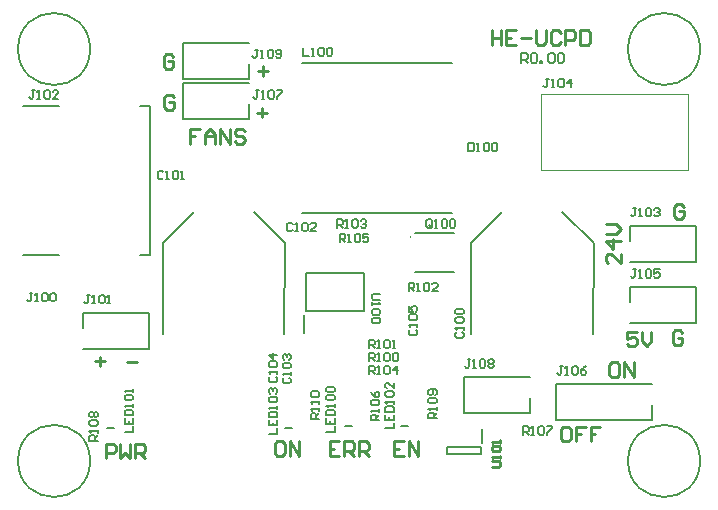
<source format=gto>
G04*
G04 #@! TF.GenerationSoftware,Altium Limited,Altium Designer,19.1.9 (167)*
G04*
G04 Layer_Color=65535*
%FSLAX25Y25*%
%MOIN*%
G70*
G01*
G75*
%ADD10C,0.00787*%
%ADD11C,0.00598*%
%ADD12C,0.00600*%
%ADD13C,0.00400*%
%ADD14C,0.00800*%
%ADD15C,0.01000*%
%ADD16C,0.00700*%
%ADD17C,0.00701*%
D10*
X132291Y88189D02*
G03*
X132291Y88189I-106J0D01*
G01*
X133968Y76327D02*
X146961D01*
X133968Y89319D02*
X146961D01*
X23173Y57890D02*
Y62890D01*
X45173D01*
Y50890D02*
Y62890D01*
X23173Y50890D02*
X45173D01*
X56598Y152949D02*
X78598D01*
X56598Y140949D02*
Y152949D01*
Y140949D02*
X78598D01*
Y145949D01*
X96000Y96276D02*
X146000D01*
X96000Y146276D02*
X146000D01*
X56563Y139342D02*
X78563D01*
X56563Y127342D02*
Y139342D01*
Y127342D02*
X78563D01*
Y132343D01*
X31201Y24508D02*
X33563D01*
X156102Y19390D02*
Y24114D01*
X144488Y18012D02*
X155905D01*
X144488Y15650D02*
Y18012D01*
Y15650D02*
X155905D01*
Y18012D01*
X90331Y24535D02*
X92693D01*
X129146Y25126D02*
X131508D01*
X110559Y24969D02*
X112921D01*
X182835Y96484D02*
X193335Y85984D01*
X193110Y55709D02*
X193335Y85984D01*
X152559Y55709D02*
Y86122D01*
X162835Y96484D01*
X97354Y63476D02*
Y76075D01*
X116646D01*
Y63476D02*
Y76075D01*
X97354Y63476D02*
X116646D01*
X96842Y56094D02*
Y62098D01*
X80000Y96469D02*
X90500Y85969D01*
X90276Y55693D02*
X90500Y85969D01*
X49724Y55693D02*
Y86106D01*
X60000Y96469D01*
X205358Y66453D02*
Y71453D01*
X227358D01*
Y59453D02*
Y71453D01*
X205358Y59453D02*
X227358D01*
X212902Y27154D02*
Y32153D01*
X180902Y27154D02*
X212902D01*
X180902D02*
Y39154D01*
X212902D01*
X172102Y29433D02*
Y34433D01*
X150102Y29433D02*
X172102D01*
X150102D02*
Y41433D01*
X172102D01*
X205358Y86925D02*
Y91925D01*
X227358D01*
Y79925D02*
Y91925D01*
X205358Y79925D02*
X227358D01*
D11*
X25492Y13484D02*
G03*
X25492Y13484I-12008J0D01*
G01*
X228839D02*
G03*
X228839Y13484I-12008J0D01*
G01*
Y150787D02*
G03*
X228839Y150787I-12008J0D01*
G01*
X25492D02*
G03*
X25492Y150787I-12008J0D01*
G01*
D12*
X3189Y82165D02*
X15295D01*
X3189Y131772D02*
X15295D01*
X42264Y82165D02*
X45453D01*
X42264Y131772D02*
X45453D01*
Y82165D02*
Y131772D01*
D13*
X175689Y135630D02*
X224902D01*
X175689Y110433D02*
X224902D01*
X175689D02*
Y135630D01*
X224902Y110433D02*
Y135630D01*
D14*
X169291Y146161D02*
Y149310D01*
X170866D01*
X171390Y148785D01*
Y147736D01*
X170866Y147211D01*
X169291D01*
X170341D02*
X171390Y146161D01*
X172440Y148785D02*
X172965Y149310D01*
X174014D01*
X174539Y148785D01*
Y146686D01*
X174014Y146161D01*
X172965D01*
X172440Y146686D01*
Y148785D01*
X175589Y146161D02*
Y146686D01*
X176113D01*
Y146161D01*
X175589D01*
X178212Y148785D02*
X178737Y149310D01*
X179787D01*
X180311Y148785D01*
Y146686D01*
X179787Y146161D01*
X178737D01*
X178212Y146686D01*
Y148785D01*
X181361D02*
X181886Y149310D01*
X182935D01*
X183460Y148785D01*
Y146686D01*
X182935Y146161D01*
X181886D01*
X181361Y146686D01*
Y148785D01*
X28051Y20177D02*
X25296D01*
Y21555D01*
X25755Y22014D01*
X26674D01*
X27133Y21555D01*
Y20177D01*
Y21095D02*
X28051Y22014D01*
Y22932D02*
Y23851D01*
Y23391D01*
X25296D01*
X25755Y22932D01*
Y25228D02*
X25296Y25687D01*
Y26605D01*
X25755Y27065D01*
X27592D01*
X28051Y26605D01*
Y25687D01*
X27592Y25228D01*
X25755D01*
Y27983D02*
X25296Y28442D01*
Y29361D01*
X25755Y29820D01*
X26215D01*
X26674Y29361D01*
X27133Y29820D01*
X27592D01*
X28051Y29361D01*
Y28442D01*
X27592Y27983D01*
X27133D01*
X26674Y28442D01*
X26215Y27983D01*
X25755D01*
X26674Y28442D02*
Y29361D01*
X37009Y23130D02*
X39764D01*
Y24967D01*
X37009Y27722D02*
Y25885D01*
X39764D01*
Y27722D01*
X38386Y25885D02*
Y26803D01*
X37009Y28640D02*
X39764D01*
Y30018D01*
X39305Y30477D01*
X37468D01*
X37009Y30018D01*
Y28640D01*
X39764Y31395D02*
Y32313D01*
Y31854D01*
X37009D01*
X37468Y31395D01*
Y33691D02*
X37009Y34150D01*
Y35068D01*
X37468Y35528D01*
X39305D01*
X39764Y35068D01*
Y34150D01*
X39305Y33691D01*
X37468D01*
X39764Y36446D02*
Y37364D01*
Y36905D01*
X37009D01*
X37468Y36446D01*
D15*
X159350Y157085D02*
Y152165D01*
Y154625D01*
X162630D01*
Y157085D01*
Y152165D01*
X167550Y157085D02*
X164270D01*
Y152165D01*
X167550D01*
X164270Y154625D02*
X165910D01*
X169190D02*
X172469D01*
X174109Y157085D02*
Y152985D01*
X174929Y152165D01*
X176569D01*
X177389Y152985D01*
Y157085D01*
X182309Y156265D02*
X181489Y157085D01*
X179849D01*
X179029Y156265D01*
Y152985D01*
X179849Y152165D01*
X181489D01*
X182309Y152985D01*
X183949Y152165D02*
Y157085D01*
X186409D01*
X187229Y156265D01*
Y154625D01*
X186409Y153805D01*
X183949D01*
X188868Y157085D02*
Y152165D01*
X191328D01*
X192148Y152985D01*
Y156265D01*
X191328Y157085D01*
X188868D01*
X37697Y46456D02*
X40977D01*
X27264Y46653D02*
X30544D01*
X28904Y48293D02*
Y45013D01*
X184940Y24900D02*
X183300D01*
X182480Y24080D01*
Y20800D01*
X183300Y19980D01*
X184940D01*
X185760Y20800D01*
Y24080D01*
X184940Y24900D01*
X190680D02*
X187400D01*
Y22440D01*
X189040D01*
X187400D01*
Y19980D01*
X195599Y24900D02*
X192320D01*
Y22440D01*
X193959D01*
X192320D01*
Y19980D01*
X201082Y46357D02*
X199442D01*
X198622Y45537D01*
Y42257D01*
X199442Y41437D01*
X201082D01*
X201902Y42257D01*
Y45537D01*
X201082Y46357D01*
X203542Y41437D02*
Y46357D01*
X206821Y41437D01*
Y46357D01*
X202362Y82610D02*
Y79331D01*
X199082Y82610D01*
X198263D01*
X197442Y81791D01*
Y80151D01*
X198263Y79331D01*
X202362Y86710D02*
X197442D01*
X199902Y84250D01*
Y87530D01*
X197442Y89170D02*
X200722D01*
X202362Y90810D01*
X200722Y92450D01*
X197442D01*
X207709Y56593D02*
X204429D01*
Y54133D01*
X206069Y54953D01*
X206889D01*
X207709Y54133D01*
Y52493D01*
X206889Y51673D01*
X205249D01*
X204429Y52493D01*
X209349Y56593D02*
Y53313D01*
X210989Y51673D01*
X212629Y53313D01*
Y56593D01*
X223457Y98293D02*
X222637Y99113D01*
X220997D01*
X220177Y98293D01*
Y95013D01*
X220997Y94193D01*
X222637D01*
X223457Y95013D01*
Y96653D01*
X221817D01*
X222965Y56167D02*
X222145Y56987D01*
X220505D01*
X219685Y56167D01*
Y52887D01*
X220505Y52067D01*
X222145D01*
X222965Y52887D01*
Y54527D01*
X221325D01*
X89566Y20077D02*
X87926D01*
X87106Y19257D01*
Y15977D01*
X87926Y15157D01*
X89566D01*
X90386Y15977D01*
Y19257D01*
X89566Y20077D01*
X92026Y15157D02*
Y20077D01*
X95306Y15157D01*
Y20077D01*
X108595D02*
X105315D01*
Y15157D01*
X108595D01*
X105315Y17617D02*
X106955D01*
X110235Y15157D02*
Y20077D01*
X112695D01*
X113514Y19257D01*
Y17617D01*
X112695Y16797D01*
X110235D01*
X111874D02*
X113514Y15157D01*
X115154D02*
Y20077D01*
X117614D01*
X118434Y19257D01*
Y17617D01*
X117614Y16797D01*
X115154D01*
X116794D02*
X118434Y15157D01*
X53575Y134710D02*
X52755Y135530D01*
X51115D01*
X50295Y134710D01*
Y131430D01*
X51115Y130610D01*
X52755D01*
X53575Y131430D01*
Y133070D01*
X51935D01*
X53280Y148293D02*
X52460Y149113D01*
X50820D01*
X50000Y148293D01*
Y145013D01*
X50820Y144193D01*
X52460D01*
X53280Y145013D01*
Y146653D01*
X51640D01*
X81299Y129625D02*
X84579D01*
X82939Y131265D02*
Y127985D01*
X81398Y143503D02*
X84677D01*
X83038Y145143D02*
Y141863D01*
X62236Y124211D02*
X58957D01*
Y121751D01*
X60597D01*
X58957D01*
Y119291D01*
X63876D02*
Y122571D01*
X65516Y124211D01*
X67156Y122571D01*
Y119291D01*
Y121751D01*
X63876D01*
X68796Y119291D02*
Y124211D01*
X72076Y119291D01*
Y124211D01*
X76995Y123391D02*
X76175Y124211D01*
X74536D01*
X73716Y123391D01*
Y122571D01*
X74536Y121751D01*
X76175D01*
X76995Y120931D01*
Y120111D01*
X76175Y119291D01*
X74536D01*
X73716Y120111D01*
X130051Y20077D02*
X126772D01*
Y15157D01*
X130051D01*
X126772Y17617D02*
X128411D01*
X131691Y15157D02*
Y20077D01*
X134971Y15157D01*
Y20077D01*
X30709Y14370D02*
Y19290D01*
X33169D01*
X33988Y18470D01*
Y16830D01*
X33169Y16010D01*
X30709D01*
X35628Y19290D02*
Y14370D01*
X37268Y16010D01*
X38908Y14370D01*
Y19290D01*
X40548Y14370D02*
Y19290D01*
X43008D01*
X43828Y18470D01*
Y16830D01*
X43008Y16010D01*
X40548D01*
X42188D02*
X43828Y14370D01*
X159351Y11614D02*
X161647D01*
X162106Y12073D01*
Y12992D01*
X161647Y13451D01*
X159351D01*
X162106Y14369D02*
Y15288D01*
Y14828D01*
X159351D01*
X159810Y14369D01*
Y16665D02*
X159351Y17124D01*
Y18043D01*
X159810Y18502D01*
X161647D01*
X162106Y18043D01*
Y17124D01*
X161647Y16665D01*
X159810D01*
X162106Y19420D02*
Y20338D01*
Y19879D01*
X159351D01*
X159810Y19420D01*
D16*
X6266Y69389D02*
X5347D01*
X5807D01*
Y67093D01*
X5347Y66634D01*
X4888D01*
X4429Y67093D01*
X7184Y66634D02*
X8102D01*
X7643D01*
Y69389D01*
X7184Y68930D01*
X9480D02*
X9939Y69389D01*
X10858D01*
X11317Y68930D01*
Y67093D01*
X10858Y66634D01*
X9939D01*
X9480Y67093D01*
Y68930D01*
X12235D02*
X12694Y69389D01*
X13612D01*
X14072Y68930D01*
Y67093D01*
X13612Y66634D01*
X12694D01*
X12235Y67093D01*
Y68930D01*
X7053Y137007D02*
X6135D01*
X6594D01*
Y134711D01*
X6135Y134252D01*
X5676D01*
X5217Y134711D01*
X7972Y134252D02*
X8890D01*
X8431D01*
Y137007D01*
X7972Y136548D01*
X10267D02*
X10727Y137007D01*
X11645D01*
X12104Y136548D01*
Y134711D01*
X11645Y134252D01*
X10727D01*
X10267Y134711D01*
Y136548D01*
X14859Y134252D02*
X13022D01*
X14859Y136089D01*
Y136548D01*
X14400Y137007D01*
X13482D01*
X13022Y136548D01*
X25337Y68731D02*
X24418D01*
X24878D01*
Y66435D01*
X24418Y65976D01*
X23959D01*
X23500Y66435D01*
X26255Y65976D02*
X27173D01*
X26714D01*
Y68731D01*
X26255Y68271D01*
X28551D02*
X29010Y68731D01*
X29928D01*
X30387Y68271D01*
Y66435D01*
X29928Y65976D01*
X29010D01*
X28551Y66435D01*
Y68271D01*
X31306Y65976D02*
X32224D01*
X31765D01*
Y68731D01*
X31306Y68271D01*
X85499Y41600D02*
X85040Y41141D01*
Y40223D01*
X85499Y39764D01*
X87336D01*
X87795Y40223D01*
Y41141D01*
X87336Y41600D01*
X87795Y42519D02*
Y43437D01*
Y42978D01*
X85040D01*
X85499Y42519D01*
Y44815D02*
X85040Y45274D01*
Y46192D01*
X85499Y46651D01*
X87336D01*
X87795Y46192D01*
Y45274D01*
X87336Y44815D01*
X85499D01*
X87795Y48947D02*
X85040D01*
X86418Y47570D01*
Y49406D01*
X108661Y86417D02*
Y89172D01*
X110039D01*
X110498Y88713D01*
Y87795D01*
X110039Y87336D01*
X108661D01*
X109580D02*
X110498Y86417D01*
X111416D02*
X112335D01*
X111876D01*
Y89172D01*
X111416Y88713D01*
X113712D02*
X114172Y89172D01*
X115090D01*
X115549Y88713D01*
Y86876D01*
X115090Y86417D01*
X114172D01*
X113712Y86876D01*
Y88713D01*
X118304Y89172D02*
X116467D01*
Y87795D01*
X117386Y88254D01*
X117845D01*
X118304Y87795D01*
Y86876D01*
X117845Y86417D01*
X116927D01*
X116467Y86876D01*
X49837Y109771D02*
X49378Y110231D01*
X48459D01*
X48000Y109771D01*
Y107935D01*
X48459Y107476D01*
X49378D01*
X49837Y107935D01*
X50755Y107476D02*
X51673D01*
X51214D01*
Y110231D01*
X50755Y109771D01*
X53051D02*
X53510Y110231D01*
X54428D01*
X54887Y109771D01*
Y107935D01*
X54428Y107476D01*
X53510D01*
X53051Y107935D01*
Y109771D01*
X55806Y107476D02*
X56724D01*
X56265D01*
Y110231D01*
X55806Y109771D01*
X147704Y56364D02*
X147245Y55905D01*
Y54987D01*
X147704Y54528D01*
X149541D01*
X150000Y54987D01*
Y55905D01*
X149541Y56364D01*
X150000Y57283D02*
Y58201D01*
Y57742D01*
X147245D01*
X147704Y57283D01*
Y59578D02*
X147245Y60038D01*
Y60956D01*
X147704Y61415D01*
X149541D01*
X150000Y60956D01*
Y60038D01*
X149541Y59578D01*
X147704D01*
Y62334D02*
X147245Y62793D01*
Y63711D01*
X147704Y64170D01*
X149541D01*
X150000Y63711D01*
Y62793D01*
X149541Y62334D01*
X147704D01*
X151600Y119531D02*
Y116776D01*
X152978D01*
X153437Y117235D01*
Y119071D01*
X152978Y119531D01*
X151600D01*
X154355Y116776D02*
X155273D01*
X154814D01*
Y119531D01*
X154355Y119071D01*
X156651D02*
X157110Y119531D01*
X158028D01*
X158488Y119071D01*
Y117235D01*
X158028Y116776D01*
X157110D01*
X156651Y117235D01*
Y119071D01*
X159406D02*
X159865Y119531D01*
X160783D01*
X161243Y119071D01*
Y117235D01*
X160783Y116776D01*
X159865D01*
X159406Y117235D01*
Y119071D01*
X122243Y69095D02*
X119947D01*
X119488Y68635D01*
Y67717D01*
X119947Y67258D01*
X122243D01*
X119488Y66339D02*
Y65421D01*
Y65880D01*
X122243D01*
X121784Y66339D01*
Y64044D02*
X122243Y63585D01*
Y62666D01*
X121784Y62207D01*
X119947D01*
X119488Y62666D01*
Y63585D01*
X119947Y64044D01*
X121784D01*
Y61289D02*
X122243Y60829D01*
Y59911D01*
X121784Y59452D01*
X119947D01*
X119488Y59911D01*
Y60829D01*
X119947Y61289D01*
X121784D01*
X101772Y27461D02*
X99017D01*
Y28838D01*
X99476Y29297D01*
X100394D01*
X100853Y28838D01*
Y27461D01*
Y28379D02*
X101772Y29297D01*
Y30216D02*
Y31134D01*
Y30675D01*
X99017D01*
X99476Y30216D01*
X101772Y32511D02*
Y33430D01*
Y32971D01*
X99017D01*
X99476Y32511D01*
Y34807D02*
X99017Y35267D01*
Y36185D01*
X99476Y36644D01*
X101312D01*
X101772Y36185D01*
Y35267D01*
X101312Y34807D01*
X99476D01*
X141051Y27681D02*
X138296D01*
Y29059D01*
X138755Y29518D01*
X139674D01*
X140133Y29059D01*
Y27681D01*
Y28599D02*
X141051Y29518D01*
Y30436D02*
Y31354D01*
Y30895D01*
X138296D01*
X138755Y30436D01*
Y32732D02*
X138296Y33191D01*
Y34110D01*
X138755Y34569D01*
X140592D01*
X141051Y34110D01*
Y33191D01*
X140592Y32732D01*
X138755D01*
X140592Y35487D02*
X141051Y35946D01*
Y36865D01*
X140592Y37324D01*
X138755D01*
X138296Y36865D01*
Y35946D01*
X138755Y35487D01*
X139215D01*
X139674Y35946D01*
Y37324D01*
X169882Y22244D02*
Y24999D01*
X171259D01*
X171719Y24540D01*
Y23622D01*
X171259Y23162D01*
X169882D01*
X170800D02*
X171719Y22244D01*
X172637D02*
X173555D01*
X173096D01*
Y24999D01*
X172637Y24540D01*
X174933D02*
X175392Y24999D01*
X176310D01*
X176769Y24540D01*
Y22703D01*
X176310Y22244D01*
X175392D01*
X174933Y22703D01*
Y24540D01*
X177688Y24999D02*
X179525D01*
Y24540D01*
X177688Y22703D01*
Y22244D01*
X121850Y26969D02*
X119095D01*
Y28346D01*
X119554Y28805D01*
X120473D01*
X120932Y28346D01*
Y26969D01*
Y27887D02*
X121850Y28805D01*
Y29724D02*
Y30642D01*
Y30183D01*
X119095D01*
X119554Y29724D01*
Y32019D02*
X119095Y32478D01*
Y33397D01*
X119554Y33856D01*
X121391D01*
X121850Y33397D01*
Y32478D01*
X121391Y32019D01*
X119554D01*
X119095Y36611D02*
X119554Y35693D01*
X120473Y34774D01*
X121391D01*
X121850Y35234D01*
Y36152D01*
X121391Y36611D01*
X120932D01*
X120473Y36152D01*
Y34774D01*
X118508Y42421D02*
Y45176D01*
X119885D01*
X120345Y44717D01*
Y43799D01*
X119885Y43340D01*
X118508D01*
X119426D02*
X120345Y42421D01*
X121263D02*
X122181D01*
X121722D01*
Y45176D01*
X121263Y44717D01*
X123559D02*
X124018Y45176D01*
X124936D01*
X125395Y44717D01*
Y42880D01*
X124936Y42421D01*
X124018D01*
X123559Y42880D01*
Y44717D01*
X127691Y42421D02*
Y45176D01*
X126314Y43799D01*
X128150D01*
X107874Y91240D02*
Y93995D01*
X109251D01*
X109711Y93536D01*
Y92618D01*
X109251Y92159D01*
X107874D01*
X108792D02*
X109711Y91240D01*
X110629D02*
X111547D01*
X111088D01*
Y93995D01*
X110629Y93536D01*
X112925D02*
X113384Y93995D01*
X114302D01*
X114762Y93536D01*
Y91699D01*
X114302Y91240D01*
X113384D01*
X112925Y91699D01*
Y93536D01*
X115680D02*
X116139Y93995D01*
X117057D01*
X117517Y93536D01*
Y93077D01*
X117057Y92618D01*
X116598D01*
X117057D01*
X117517Y92159D01*
Y91699D01*
X117057Y91240D01*
X116139D01*
X115680Y91699D01*
X131693Y70079D02*
Y72834D01*
X133070D01*
X133530Y72375D01*
Y71456D01*
X133070Y70997D01*
X131693D01*
X132611D02*
X133530Y70079D01*
X134448D02*
X135366D01*
X134907D01*
Y72834D01*
X134448Y72375D01*
X136744D02*
X137203Y72834D01*
X138121D01*
X138581Y72375D01*
Y70538D01*
X138121Y70079D01*
X137203D01*
X136744Y70538D01*
Y72375D01*
X141335Y70079D02*
X139499D01*
X141335Y71915D01*
Y72375D01*
X140876Y72834D01*
X139958D01*
X139499Y72375D01*
X118508Y51083D02*
Y53838D01*
X119885D01*
X120345Y53378D01*
Y52460D01*
X119885Y52001D01*
X118508D01*
X119426D02*
X120345Y51083D01*
X121263D02*
X122181D01*
X121722D01*
Y53838D01*
X121263Y53378D01*
X123559D02*
X124018Y53838D01*
X124936D01*
X125395Y53378D01*
Y51542D01*
X124936Y51083D01*
X124018D01*
X123559Y51542D01*
Y53378D01*
X126314Y51083D02*
X127232D01*
X126773D01*
Y53838D01*
X126314Y53378D01*
X118508Y46766D02*
Y49521D01*
X119885D01*
X120345Y49062D01*
Y48143D01*
X119885Y47684D01*
X118508D01*
X119426D02*
X120345Y46766D01*
X121263D02*
X122181D01*
X121722D01*
Y49521D01*
X121263Y49062D01*
X123559D02*
X124018Y49521D01*
X124936D01*
X125395Y49062D01*
Y47225D01*
X124936Y46766D01*
X124018D01*
X123559Y47225D01*
Y49062D01*
X126314D02*
X126773Y49521D01*
X127691D01*
X128150Y49062D01*
Y47225D01*
X127691Y46766D01*
X126773D01*
X126314Y47225D01*
Y49062D01*
X85040Y22539D02*
X87795D01*
Y24376D01*
X85040Y27131D02*
Y25294D01*
X87795D01*
Y27131D01*
X86418Y25294D02*
Y26213D01*
X85040Y28049D02*
X87795D01*
Y29427D01*
X87336Y29886D01*
X85499D01*
X85040Y29427D01*
Y28049D01*
X87795Y30804D02*
Y31723D01*
Y31264D01*
X85040D01*
X85499Y30804D01*
Y33100D02*
X85040Y33560D01*
Y34478D01*
X85499Y34937D01*
X87336D01*
X87795Y34478D01*
Y33560D01*
X87336Y33100D01*
X85499D01*
Y35855D02*
X85040Y36314D01*
Y37233D01*
X85499Y37692D01*
X85959D01*
X86418Y37233D01*
Y36774D01*
Y37233D01*
X86877Y37692D01*
X87336D01*
X87795Y37233D01*
Y36314D01*
X87336Y35855D01*
X123918Y24311D02*
X126673D01*
Y26148D01*
X123918Y28903D02*
Y27066D01*
X126673D01*
Y28903D01*
X125296Y27066D02*
Y27984D01*
X123918Y29821D02*
X126673D01*
Y31199D01*
X126214Y31658D01*
X124377D01*
X123918Y31199D01*
Y29821D01*
X126673Y32576D02*
Y33494D01*
Y33035D01*
X123918D01*
X124377Y32576D01*
Y34872D02*
X123918Y35331D01*
Y36249D01*
X124377Y36709D01*
X126214D01*
X126673Y36249D01*
Y35331D01*
X126214Y34872D01*
X124377D01*
X126673Y39464D02*
Y37627D01*
X124837Y39464D01*
X124377D01*
X123918Y39004D01*
Y38086D01*
X124377Y37627D01*
X104233Y23130D02*
X106988D01*
Y24967D01*
X104233Y27722D02*
Y25885D01*
X106988D01*
Y27722D01*
X105611Y25885D02*
Y26803D01*
X104233Y28640D02*
X106988D01*
Y30018D01*
X106529Y30477D01*
X104692D01*
X104233Y30018D01*
Y28640D01*
X106988Y31395D02*
Y32313D01*
Y31854D01*
X104233D01*
X104692Y31395D01*
Y33691D02*
X104233Y34150D01*
Y35068D01*
X104692Y35528D01*
X106529D01*
X106988Y35068D01*
Y34150D01*
X106529Y33691D01*
X104692D01*
Y36446D02*
X104233Y36905D01*
Y37823D01*
X104692Y38282D01*
X106529D01*
X106988Y37823D01*
Y36905D01*
X106529Y36446D01*
X104692D01*
X207537Y77331D02*
X206618D01*
X207078D01*
Y75035D01*
X206618Y74576D01*
X206159D01*
X205700Y75035D01*
X208455Y74576D02*
X209373D01*
X208914D01*
Y77331D01*
X208455Y76871D01*
X210751D02*
X211210Y77331D01*
X212128D01*
X212588Y76871D01*
Y75035D01*
X212128Y74576D01*
X211210D01*
X210751Y75035D01*
Y76871D01*
X215343Y77331D02*
X213506D01*
Y75953D01*
X214424Y76412D01*
X214883D01*
X215343Y75953D01*
Y75035D01*
X214883Y74576D01*
X213965D01*
X213506Y75035D01*
X81463Y150590D02*
X80544D01*
X81003D01*
Y148294D01*
X80544Y147835D01*
X80085D01*
X79626Y148294D01*
X82381Y147835D02*
X83299D01*
X82840D01*
Y150590D01*
X82381Y150130D01*
X84677D02*
X85136Y150590D01*
X86054D01*
X86514Y150130D01*
Y148294D01*
X86054Y147835D01*
X85136D01*
X84677Y148294D01*
Y150130D01*
X87432Y148294D02*
X87891Y147835D01*
X88809D01*
X89269Y148294D01*
Y150130D01*
X88809Y150590D01*
X87891D01*
X87432Y150130D01*
Y149671D01*
X87891Y149212D01*
X89269D01*
X152237Y47331D02*
X151318D01*
X151778D01*
Y45035D01*
X151318Y44576D01*
X150859D01*
X150400Y45035D01*
X153155Y44576D02*
X154073D01*
X153614D01*
Y47331D01*
X153155Y46871D01*
X155451D02*
X155910Y47331D01*
X156828D01*
X157288Y46871D01*
Y45035D01*
X156828Y44576D01*
X155910D01*
X155451Y45035D01*
Y46871D01*
X158206D02*
X158665Y47331D01*
X159583D01*
X160043Y46871D01*
Y46412D01*
X159583Y45953D01*
X160043Y45494D01*
Y45035D01*
X159583Y44576D01*
X158665D01*
X158206Y45035D01*
Y45494D01*
X158665Y45953D01*
X158206Y46412D01*
Y46871D01*
X158665Y45953D02*
X159583D01*
X81758Y137007D02*
X80840D01*
X81299D01*
Y134711D01*
X80840Y134252D01*
X80380D01*
X79921Y134711D01*
X82676Y134252D02*
X83595D01*
X83135D01*
Y137007D01*
X82676Y136548D01*
X84972D02*
X85431Y137007D01*
X86350D01*
X86809Y136548D01*
Y134711D01*
X86350Y134252D01*
X85431D01*
X84972Y134711D01*
Y136548D01*
X87727Y137007D02*
X89564D01*
Y136548D01*
X87727Y134711D01*
Y134252D01*
X183037Y45031D02*
X182118D01*
X182578D01*
Y42735D01*
X182118Y42276D01*
X181659D01*
X181200Y42735D01*
X183955Y42276D02*
X184873D01*
X184414D01*
Y45031D01*
X183955Y44571D01*
X186251D02*
X186710Y45031D01*
X187628D01*
X188088Y44571D01*
Y42735D01*
X187628Y42276D01*
X186710D01*
X186251Y42735D01*
Y44571D01*
X190843Y45031D02*
X189924Y44571D01*
X189006Y43653D01*
Y42735D01*
X189465Y42276D01*
X190383D01*
X190843Y42735D01*
Y43194D01*
X190383Y43653D01*
X189006D01*
X132153Y57250D02*
X131694Y56791D01*
Y55873D01*
X132153Y55413D01*
X133990D01*
X134449Y55873D01*
Y56791D01*
X133990Y57250D01*
X134449Y58168D02*
Y59087D01*
Y58628D01*
X131694D01*
X132153Y58168D01*
Y60464D02*
X131694Y60923D01*
Y61842D01*
X132153Y62301D01*
X133990D01*
X134449Y61842D01*
Y60923D01*
X133990Y60464D01*
X132153D01*
X131694Y65056D02*
Y63219D01*
X133071D01*
X132612Y64138D01*
Y64597D01*
X133071Y65056D01*
X133990D01*
X134449Y64597D01*
Y63678D01*
X133990Y63219D01*
X90125Y41207D02*
X89666Y40748D01*
Y39829D01*
X90125Y39370D01*
X91962D01*
X92421Y39829D01*
Y40748D01*
X91962Y41207D01*
X92421Y42125D02*
Y43043D01*
Y42584D01*
X89666D01*
X90125Y42125D01*
Y44421D02*
X89666Y44880D01*
Y45799D01*
X90125Y46258D01*
X91962D01*
X92421Y45799D01*
Y44880D01*
X91962Y44421D01*
X90125D01*
Y47176D02*
X89666Y47635D01*
Y48553D01*
X90125Y49013D01*
X90585D01*
X91044Y48553D01*
Y48094D01*
Y48553D01*
X91503Y49013D01*
X91962D01*
X92421Y48553D01*
Y47635D01*
X91962Y47176D01*
X92978Y92355D02*
X92519Y92814D01*
X91601D01*
X91142Y92355D01*
Y90518D01*
X91601Y90059D01*
X92519D01*
X92978Y90518D01*
X93897Y90059D02*
X94815D01*
X94356D01*
Y92814D01*
X93897Y92355D01*
X96193D02*
X96652Y92814D01*
X97570D01*
X98029Y92355D01*
Y90518D01*
X97570Y90059D01*
X96652D01*
X96193Y90518D01*
Y92355D01*
X100784Y90059D02*
X98948D01*
X100784Y91896D01*
Y92355D01*
X100325Y92814D01*
X99407D01*
X98948Y92355D01*
X139435Y91699D02*
Y93536D01*
X138976Y93995D01*
X138058D01*
X137598Y93536D01*
Y91699D01*
X138058Y91240D01*
X138976D01*
X138517Y92159D02*
X139435Y91240D01*
X138976D02*
X139435Y91699D01*
X140353Y91240D02*
X141272D01*
X140813D01*
Y93995D01*
X140353Y93536D01*
X142649D02*
X143108Y93995D01*
X144027D01*
X144486Y93536D01*
Y91699D01*
X144027Y91240D01*
X143108D01*
X142649Y91699D01*
Y93536D01*
X145404D02*
X145863Y93995D01*
X146782D01*
X147241Y93536D01*
Y91699D01*
X146782Y91240D01*
X145863D01*
X145404Y91699D01*
Y93536D01*
X96555Y151279D02*
Y148524D01*
X98392D01*
X99310D02*
X100229D01*
X99769D01*
Y151279D01*
X99310Y150820D01*
X101606D02*
X102065Y151279D01*
X102983D01*
X103443Y150820D01*
Y148983D01*
X102983Y148524D01*
X102065D01*
X101606Y148983D01*
Y150820D01*
X104361D02*
X104820Y151279D01*
X105738D01*
X106198Y150820D01*
Y148983D01*
X105738Y148524D01*
X104820D01*
X104361Y148983D01*
Y150820D01*
X207537Y97731D02*
X206618D01*
X207078D01*
Y95435D01*
X206618Y94976D01*
X206159D01*
X205700Y95435D01*
X208455Y94976D02*
X209373D01*
X208914D01*
Y97731D01*
X208455Y97271D01*
X210751D02*
X211210Y97731D01*
X212128D01*
X212588Y97271D01*
Y95435D01*
X212128Y94976D01*
X211210D01*
X210751Y95435D01*
Y97271D01*
X213506D02*
X213965Y97731D01*
X214883D01*
X215343Y97271D01*
Y96812D01*
X214883Y96353D01*
X214424D01*
X214883D01*
X215343Y95894D01*
Y95435D01*
X214883Y94976D01*
X213965D01*
X213506Y95435D01*
D17*
X178411Y140846D02*
X177493D01*
X177952D01*
Y138550D01*
X177493Y138091D01*
X177034D01*
X176575Y138550D01*
X179330Y138091D02*
X180248D01*
X179789D01*
Y140846D01*
X179330Y140386D01*
X181626D02*
X182085Y140846D01*
X183003D01*
X183462Y140386D01*
Y138550D01*
X183003Y138091D01*
X182085D01*
X181626Y138550D01*
Y140386D01*
X185758Y138091D02*
Y140846D01*
X184381Y139468D01*
X186217D01*
M02*

</source>
